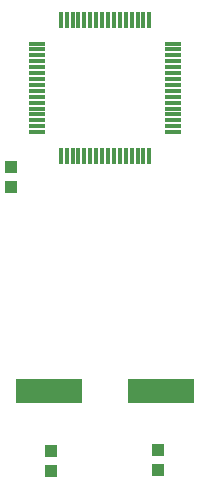
<source format=gbr>
%TF.GenerationSoftware,Altium Limited,Altium Designer,23.4.1 (23)*%
G04 Layer_Color=8421504*
%FSLAX45Y45*%
%MOMM*%
%TF.SameCoordinates,6CFBE55C-8612-4E24-A10C-01F6C23EBCE3*%
%TF.FilePolarity,Positive*%
%TF.FileFunction,Paste,Top*%
%TF.Part,Single*%
G01*
G75*
%TA.AperFunction,SMDPad,CuDef*%
%ADD10R,1.00000X1.10000*%
%ADD11R,1.47500X0.30000*%
%ADD12R,0.30000X1.47500*%
%ADD13R,5.60000X2.10000*%
D10*
X850900Y3831500D02*
D03*
Y3661500D02*
D03*
X2095500Y1431200D02*
D03*
Y1261200D02*
D03*
X1193800Y1427300D02*
D03*
Y1257300D02*
D03*
D11*
X1076200Y4125000D02*
D03*
Y4175000D02*
D03*
Y4225000D02*
D03*
Y4275000D02*
D03*
Y4325000D02*
D03*
Y4375000D02*
D03*
Y4425000D02*
D03*
Y4475000D02*
D03*
Y4525000D02*
D03*
Y4575000D02*
D03*
Y4625000D02*
D03*
Y4675000D02*
D03*
Y4725000D02*
D03*
Y4775000D02*
D03*
Y4825000D02*
D03*
Y4875000D02*
D03*
X2223800D02*
D03*
Y4825000D02*
D03*
Y4775000D02*
D03*
Y4725000D02*
D03*
Y4675000D02*
D03*
Y4625000D02*
D03*
Y4575000D02*
D03*
Y4525000D02*
D03*
Y4475000D02*
D03*
Y4425000D02*
D03*
Y4375000D02*
D03*
Y4325000D02*
D03*
Y4275000D02*
D03*
Y4225000D02*
D03*
Y4175000D02*
D03*
Y4125000D02*
D03*
D12*
X1275000Y5073800D02*
D03*
X1325000D02*
D03*
X1375000D02*
D03*
X1425000D02*
D03*
X1475000D02*
D03*
X1525000D02*
D03*
X1575000D02*
D03*
X1625000D02*
D03*
X1675000D02*
D03*
X1725000D02*
D03*
X1775000D02*
D03*
X1825000D02*
D03*
X1875000D02*
D03*
X1925000D02*
D03*
X1975000D02*
D03*
X2025000D02*
D03*
Y3926200D02*
D03*
X1975000D02*
D03*
X1925000D02*
D03*
X1875000D02*
D03*
X1825000D02*
D03*
X1775000D02*
D03*
X1725000D02*
D03*
X1675000D02*
D03*
X1625000D02*
D03*
X1575000D02*
D03*
X1525000D02*
D03*
X1475000D02*
D03*
X1425000D02*
D03*
X1375000D02*
D03*
X1325000D02*
D03*
X1275000D02*
D03*
D13*
X1175000Y1930400D02*
D03*
X2125000D02*
D03*
%TF.MD5,7f428260fcaa1582ff81e070a8d5356b*%
M02*

</source>
